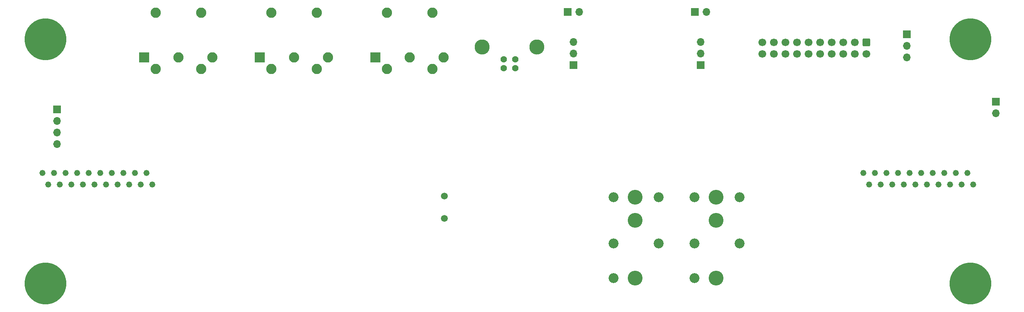
<source format=gbr>
%TF.GenerationSoftware,KiCad,Pcbnew,(6.0.6-0)*%
%TF.CreationDate,2022-07-07T15:16:10+02:00*%
%TF.ProjectId,hoatzin,686f6174-7a69-46e2-9e6b-696361645f70,rev?*%
%TF.SameCoordinates,Original*%
%TF.FileFunction,Soldermask,Bot*%
%TF.FilePolarity,Negative*%
%FSLAX46Y46*%
G04 Gerber Fmt 4.6, Leading zero omitted, Abs format (unit mm)*
G04 Created by KiCad (PCBNEW (6.0.6-0)) date 2022-07-07 15:16:10*
%MOMM*%
%LPD*%
G01*
G04 APERTURE LIST*
G04 Aperture macros list*
%AMRoundRect*
0 Rectangle with rounded corners*
0 $1 Rounding radius*
0 $2 $3 $4 $5 $6 $7 $8 $9 X,Y pos of 4 corners*
0 Add a 4 corners polygon primitive as box body*
4,1,4,$2,$3,$4,$5,$6,$7,$8,$9,$2,$3,0*
0 Add four circle primitives for the rounded corners*
1,1,$1+$1,$2,$3*
1,1,$1+$1,$4,$5*
1,1,$1+$1,$6,$7*
1,1,$1+$1,$8,$9*
0 Add four rect primitives between the rounded corners*
20,1,$1+$1,$2,$3,$4,$5,0*
20,1,$1+$1,$4,$5,$6,$7,0*
20,1,$1+$1,$6,$7,$8,$9,0*
20,1,$1+$1,$8,$9,$2,$3,0*%
G04 Aperture macros list end*
%ADD10R,1.700000X1.700000*%
%ADD11O,1.700000X1.700000*%
%ADD12C,9.200000*%
%ADD13RoundRect,0.250000X-0.600000X0.600000X-0.600000X-0.600000X0.600000X-0.600000X0.600000X0.600000X0*%
%ADD14C,1.700000*%
%ADD15C,1.500000*%
%ADD16R,2.250000X2.250000*%
%ADD17C,2.250000*%
%ADD18C,3.316000*%
%ADD19C,1.428000*%
%ADD20C,1.320800*%
%ADD21C,3.251200*%
%ADD22C,2.172000*%
G04 APERTURE END LIST*
D10*
%TO.C,J11*%
X184597000Y-65197000D03*
D11*
X184597000Y-62657000D03*
X184597000Y-60117000D03*
%TD*%
D12*
%TO.C,H3*%
X40640000Y-113220000D03*
%TD*%
D13*
%TO.C,J7*%
X220980000Y-60207500D03*
D14*
X220980000Y-62747500D03*
X218440000Y-60207500D03*
X218440000Y-62747500D03*
X215900000Y-60207500D03*
X215900000Y-62747500D03*
X213360000Y-60207500D03*
X213360000Y-62747500D03*
X210820000Y-60207500D03*
X210820000Y-62747500D03*
X208280000Y-60207500D03*
X208280000Y-62747500D03*
X205740000Y-60207500D03*
X205740000Y-62747500D03*
X203200000Y-60207500D03*
X203200000Y-62747500D03*
X200660000Y-60207500D03*
X200660000Y-62747500D03*
X198120000Y-60207500D03*
X198120000Y-62747500D03*
%TD*%
D15*
%TO.C,e1*%
X128270000Y-93979998D03*
X128270000Y-98859998D03*
%TD*%
D16*
%TO.C,J4*%
X62350000Y-63529000D03*
D17*
X69850000Y-63529000D03*
X77350000Y-63529000D03*
X64850000Y-66029000D03*
X74850000Y-66029000D03*
X64850000Y-53629000D03*
X74850000Y-53629000D03*
%TD*%
D10*
%TO.C,J16*%
X249450000Y-73210000D03*
D11*
X249450000Y-75750000D03*
%TD*%
D12*
%TO.C,H1*%
X40640000Y-59500000D03*
%TD*%
D10*
%TO.C,J10*%
X229870000Y-58435000D03*
D11*
X229870000Y-60975000D03*
X229870000Y-63515000D03*
%TD*%
D12*
%TO.C,H2*%
X243840000Y-113220000D03*
%TD*%
D10*
%TO.C,J14*%
X156657000Y-65212000D03*
D11*
X156657000Y-62672000D03*
X156657000Y-60132000D03*
%TD*%
D10*
%TO.C,J13*%
X183327000Y-53462000D03*
D11*
X185867000Y-53462000D03*
%TD*%
D12*
%TO.C,H4*%
X243840000Y-59500000D03*
%TD*%
D16*
%TO.C,J3*%
X113150000Y-63529000D03*
D17*
X120650000Y-63529000D03*
X128150000Y-63529000D03*
X115650000Y-66029000D03*
X125650000Y-66029000D03*
X115650000Y-53629000D03*
X125650000Y-53629000D03*
%TD*%
D10*
%TO.C,J12*%
X155387000Y-53462000D03*
D11*
X157927000Y-53462000D03*
%TD*%
D18*
%TO.C,J6*%
X136601000Y-61176000D03*
X148641000Y-61176000D03*
D19*
X141371000Y-65886000D03*
X143871000Y-65886000D03*
X143871000Y-63886000D03*
X141371000Y-63886000D03*
%TD*%
D16*
%TO.C,J5*%
X87750000Y-63529000D03*
D17*
X95250000Y-63529000D03*
X102750000Y-63529000D03*
X90250000Y-66029000D03*
X100250000Y-66029000D03*
X90250000Y-53629000D03*
X100250000Y-53629000D03*
%TD*%
D20*
%TO.C,J2*%
X220345000Y-88900000D03*
X221615000Y-91440000D03*
X222885000Y-88900000D03*
X224155000Y-91440000D03*
X225425000Y-88900000D03*
X226695000Y-91440000D03*
X227965000Y-88900000D03*
X229235000Y-91440000D03*
X230505000Y-88900000D03*
X231775000Y-91440000D03*
X233045000Y-88900000D03*
X234315000Y-91440000D03*
X235585000Y-88900000D03*
X236855000Y-91440000D03*
X238125000Y-88900000D03*
X239395000Y-91440000D03*
X240665000Y-88900000D03*
X241935000Y-91440000D03*
X243205000Y-88900000D03*
X244475000Y-91440000D03*
%TD*%
D21*
%TO.C,J9*%
X187960000Y-99263000D03*
X187960000Y-94183000D03*
X187960000Y-111963000D03*
D22*
X183210000Y-104343000D03*
X193116000Y-104343000D03*
X183210000Y-111963000D03*
X183210000Y-94183000D03*
X193116000Y-94183000D03*
%TD*%
D21*
%TO.C,J8*%
X170240000Y-99263000D03*
X170240000Y-111963000D03*
X170240000Y-94183000D03*
D22*
X165490000Y-104343000D03*
X175396000Y-104343000D03*
X165490000Y-111963000D03*
X165490000Y-94183000D03*
X175396000Y-94183000D03*
%TD*%
D10*
%TO.C,J15*%
X43180000Y-74930000D03*
D11*
X43180000Y-77470000D03*
X43180000Y-80010000D03*
X43180000Y-82550000D03*
%TD*%
D20*
%TO.C,J1*%
X40005000Y-88900000D03*
X41275000Y-91440000D03*
X42545000Y-88900000D03*
X43815000Y-91440000D03*
X45085000Y-88900000D03*
X46355000Y-91440000D03*
X47625000Y-88900000D03*
X48895000Y-91440000D03*
X50165000Y-88900000D03*
X51435000Y-91440000D03*
X52705000Y-88900000D03*
X53975000Y-91440000D03*
X55245000Y-88900000D03*
X56515000Y-91440000D03*
X57785000Y-88900000D03*
X59055000Y-91440000D03*
X60325000Y-88900000D03*
X61595000Y-91440000D03*
X62865000Y-88900000D03*
X64135000Y-91440000D03*
%TD*%
M02*

</source>
